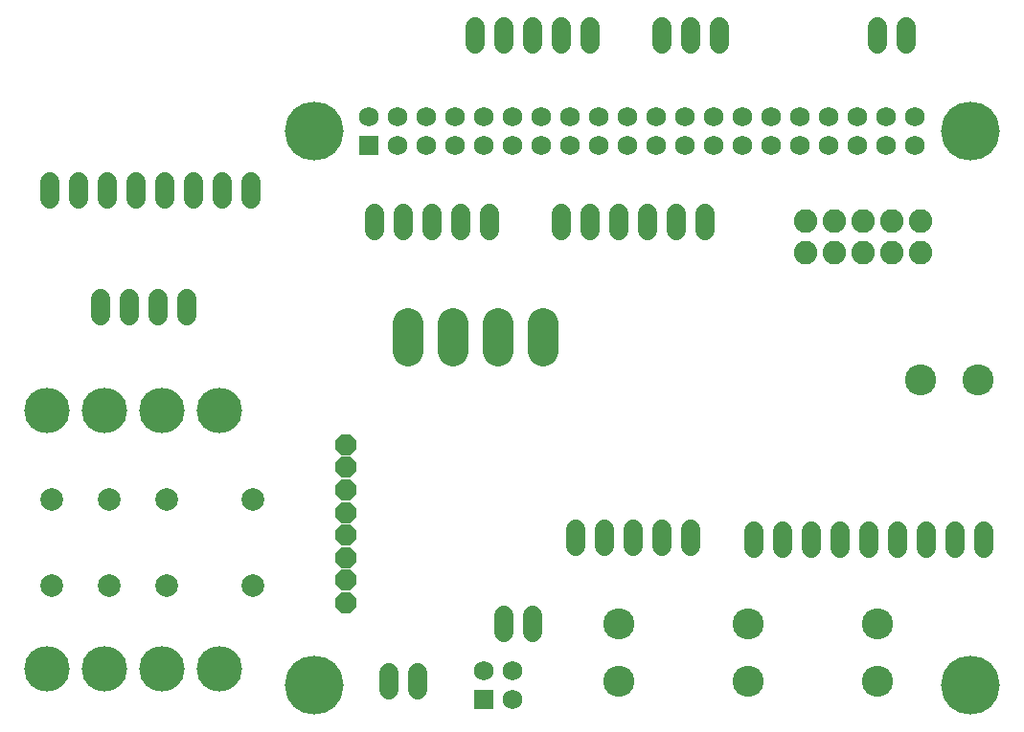
<source format=gbr>
G04 EAGLE Gerber RS-274X export*
G75*
%MOMM*%
%FSLAX34Y34*%
%LPD*%
%INSoldermask Bottom*%
%IPPOS*%
%AMOC8*
5,1,8,0,0,1.08239X$1,22.5*%
G01*
%ADD10R,1.727200X1.727200*%
%ADD11C,1.727200*%
%ADD12C,5.203200*%
%ADD13C,2.717800*%
%ADD14C,2.082800*%
%ADD15C,1.727200*%
%ADD16C,2.743200*%
%ADD17C,2.003200*%
%ADD18P,2.034460X8X112.500000*%
%ADD19C,4.013200*%


D10*
X286900Y512300D03*
D11*
X286766Y537718D03*
X312166Y512318D03*
X312166Y537718D03*
X337566Y512318D03*
X337566Y537718D03*
X362966Y512318D03*
X362966Y537718D03*
X388366Y512318D03*
X388366Y537718D03*
X413766Y512318D03*
X413766Y537718D03*
X439166Y512318D03*
X439166Y537718D03*
X464566Y512318D03*
X464566Y537718D03*
X489966Y512318D03*
X489966Y537718D03*
X515366Y512318D03*
X515366Y537718D03*
X540766Y512318D03*
X540766Y537718D03*
X566166Y512318D03*
X566166Y537718D03*
X591566Y512318D03*
X591566Y537718D03*
X616966Y512318D03*
X616966Y537718D03*
X642366Y512318D03*
X642366Y537718D03*
X667766Y512318D03*
X667766Y537718D03*
X693166Y512318D03*
X693166Y537718D03*
X718566Y512318D03*
X718566Y537718D03*
X743966Y512318D03*
X743966Y537718D03*
X769366Y512318D03*
X769366Y537718D03*
X413766Y22282D03*
X413766Y47682D03*
D10*
X388366Y22282D03*
D11*
X388366Y47682D03*
D12*
X238200Y35000D03*
X818200Y35000D03*
X238200Y525000D03*
X818200Y525000D03*
D13*
X400812Y355473D02*
X400812Y330327D01*
X361188Y330327D02*
X361188Y355473D01*
X321564Y355473D02*
X321564Y330327D01*
X440436Y330327D02*
X440436Y355473D01*
D14*
X774700Y445770D03*
X774700Y417830D03*
X749300Y445770D03*
X749300Y417830D03*
X723900Y445770D03*
X723900Y417830D03*
X698500Y445770D03*
X698500Y417830D03*
X673100Y445770D03*
X673100Y417830D03*
D15*
X342900Y436880D02*
X342900Y452120D01*
X368300Y452120D02*
X368300Y436880D01*
X393700Y436880D02*
X393700Y452120D01*
X317500Y452120D02*
X317500Y436880D01*
X292100Y436880D02*
X292100Y452120D01*
X457200Y452120D02*
X457200Y436880D01*
X482600Y436880D02*
X482600Y452120D01*
X508000Y452120D02*
X508000Y436880D01*
X533400Y436880D02*
X533400Y452120D01*
X558800Y452120D02*
X558800Y436880D01*
X584200Y436880D02*
X584200Y452120D01*
D16*
X774700Y304800D03*
X825500Y304800D03*
D17*
X184150Y123190D03*
X184150Y199390D03*
X107950Y199390D03*
X57150Y199390D03*
X6350Y199390D03*
X107950Y123190D03*
X57150Y123190D03*
X6350Y123190D03*
D15*
X779780Y156210D02*
X779780Y171450D01*
X805180Y171450D02*
X805180Y156210D01*
X830580Y156210D02*
X830580Y171450D01*
X627380Y171450D02*
X627380Y156210D01*
X754380Y156210D02*
X754380Y171450D01*
X728980Y171450D02*
X728980Y156210D01*
X652780Y156210D02*
X652780Y171450D01*
X678180Y171450D02*
X678180Y156210D01*
X703580Y156210D02*
X703580Y171450D01*
X520700Y172720D02*
X520700Y157480D01*
X546100Y157480D02*
X546100Y172720D01*
X571500Y172720D02*
X571500Y157480D01*
X495300Y157480D02*
X495300Y172720D01*
X469900Y172720D02*
X469900Y157480D01*
D16*
X508000Y88900D03*
X508000Y38100D03*
X736600Y88900D03*
X736600Y38100D03*
X622300Y88900D03*
X622300Y38100D03*
D15*
X431800Y601980D02*
X431800Y617220D01*
X457200Y617220D02*
X457200Y601980D01*
X482600Y601980D02*
X482600Y617220D01*
X406400Y617220D02*
X406400Y601980D01*
X381000Y601980D02*
X381000Y617220D01*
X546100Y617220D02*
X546100Y601980D01*
X571500Y601980D02*
X571500Y617220D01*
X596900Y617220D02*
X596900Y601980D01*
D18*
X266700Y167800D03*
X266700Y187800D03*
X266700Y207800D03*
X266700Y227800D03*
X266700Y147800D03*
X266700Y247800D03*
X266700Y127800D03*
X266700Y107800D03*
D15*
X736600Y601980D02*
X736600Y617220D01*
X762000Y617220D02*
X762000Y601980D01*
X5080Y480060D02*
X5080Y464820D01*
X30480Y464820D02*
X30480Y480060D01*
X55880Y480060D02*
X55880Y464820D01*
X132080Y464820D02*
X132080Y480060D01*
X157480Y480060D02*
X157480Y464820D01*
X182880Y464820D02*
X182880Y480060D01*
X81280Y480060D02*
X81280Y464820D01*
X106680Y464820D02*
X106680Y480060D01*
X330200Y45720D02*
X330200Y30480D01*
X304800Y30480D02*
X304800Y45720D01*
X406400Y81280D02*
X406400Y96520D01*
X431800Y96520D02*
X431800Y81280D01*
D19*
X103929Y278380D03*
X154729Y278380D03*
X2329Y278380D03*
X53129Y278380D03*
X103929Y49780D03*
X154729Y49780D03*
X2329Y49780D03*
X53129Y49780D03*
D15*
X49530Y361950D02*
X49530Y377190D01*
X74930Y377190D02*
X74930Y361950D01*
X100330Y361950D02*
X100330Y377190D01*
X125730Y377190D02*
X125730Y361950D01*
M02*

</source>
